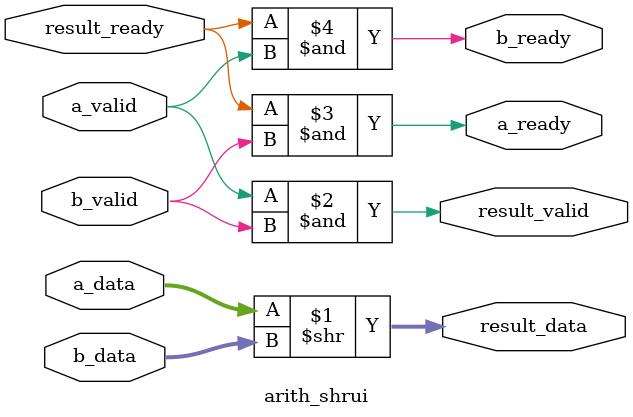
<source format=sv>
module arith_shrui #(parameter int WIDTH = 32) (
    input  logic             a_valid,
    output logic             a_ready,
    input  logic [WIDTH-1:0] a_data,
    input  logic             b_valid,
    output logic             b_ready,
    input  logic [WIDTH-1:0] b_data,
    output logic             result_valid,
    input  logic             result_ready,
    output logic [WIDTH-1:0] result_data
);
  assign result_data  = a_data >> b_data;
  assign result_valid = a_valid & b_valid;
  assign a_ready      = result_ready & b_valid;
  assign b_ready      = result_ready & a_valid;
endmodule

</source>
